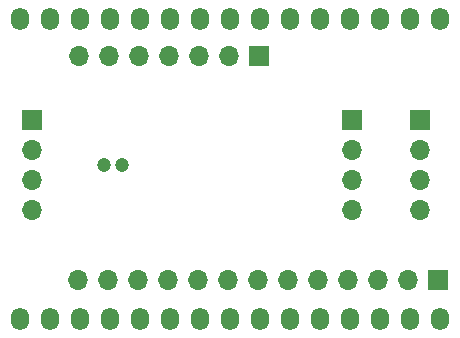
<source format=gbr>
%TF.GenerationSoftware,KiCad,Pcbnew,7.0.1*%
%TF.CreationDate,2025-01-23T11:44:41-05:00*%
%TF.ProjectId,ESP32_Dock,45535033-325f-4446-9f63-6b2e6b696361,rev?*%
%TF.SameCoordinates,Original*%
%TF.FileFunction,Soldermask,Bot*%
%TF.FilePolarity,Negative*%
%FSLAX46Y46*%
G04 Gerber Fmt 4.6, Leading zero omitted, Abs format (unit mm)*
G04 Created by KiCad (PCBNEW 7.0.1) date 2025-01-23 11:44:41*
%MOMM*%
%LPD*%
G01*
G04 APERTURE LIST*
%ADD10C,1.200000*%
%ADD11R,1.700000X1.700000*%
%ADD12O,1.700000X1.700000*%
%ADD13O,1.524000X1.900000*%
G04 APERTURE END LIST*
D10*
%TO.C,C1*%
X75000000Y-46750000D03*
X76500000Y-46750000D03*
%TD*%
D11*
%TO.C,J5*%
X103320000Y-56500000D03*
D12*
X100780000Y-56500000D03*
X98240000Y-56500000D03*
X95700000Y-56500000D03*
X93160000Y-56500000D03*
X90620000Y-56500000D03*
X88080000Y-56500000D03*
X85540000Y-56500000D03*
X83000000Y-56500000D03*
X80460000Y-56500000D03*
X77920000Y-56500000D03*
X75380000Y-56500000D03*
X72840000Y-56500000D03*
%TD*%
D11*
%TO.C,J4*%
X88125000Y-37500000D03*
D12*
X85585000Y-37500000D03*
X83045000Y-37500000D03*
X80505000Y-37500000D03*
X77965000Y-37500000D03*
X75425000Y-37500000D03*
X72885000Y-37500000D03*
%TD*%
D11*
%TO.C,J1*%
X96000000Y-42950000D03*
D12*
X96000000Y-45490000D03*
X96000000Y-48030000D03*
X96000000Y-50570000D03*
%TD*%
D11*
%TO.C,J3*%
X101750000Y-42950000D03*
D12*
X101750000Y-45490000D03*
X101750000Y-48030000D03*
X101750000Y-50570000D03*
%TD*%
D13*
%TO.C,U1*%
X103458098Y-59747540D03*
X100918098Y-59747540D03*
X98378098Y-59747540D03*
X95838098Y-59747540D03*
X93298098Y-59747540D03*
X90758098Y-59747540D03*
X88218098Y-59747540D03*
X85678098Y-59747540D03*
X83138098Y-59747540D03*
X80598098Y-59747540D03*
X78058098Y-59747540D03*
X75518098Y-59747540D03*
X72978098Y-59747540D03*
X70438098Y-59747540D03*
X67898098Y-59747540D03*
X67898098Y-34347540D03*
X70438098Y-34347540D03*
X72978098Y-34347540D03*
X75518098Y-34347540D03*
X78058098Y-34347540D03*
X80598098Y-34347540D03*
X83138098Y-34347540D03*
X85678098Y-34347540D03*
X88218098Y-34347540D03*
X90758098Y-34347540D03*
X93298098Y-34347540D03*
X95838098Y-34347540D03*
X98378098Y-34347540D03*
X100918098Y-34347540D03*
X103458098Y-34347540D03*
%TD*%
D11*
%TO.C,J2*%
X68900000Y-42900000D03*
D12*
X68900000Y-45440000D03*
X68900000Y-47980000D03*
X68900000Y-50520000D03*
%TD*%
M02*

</source>
